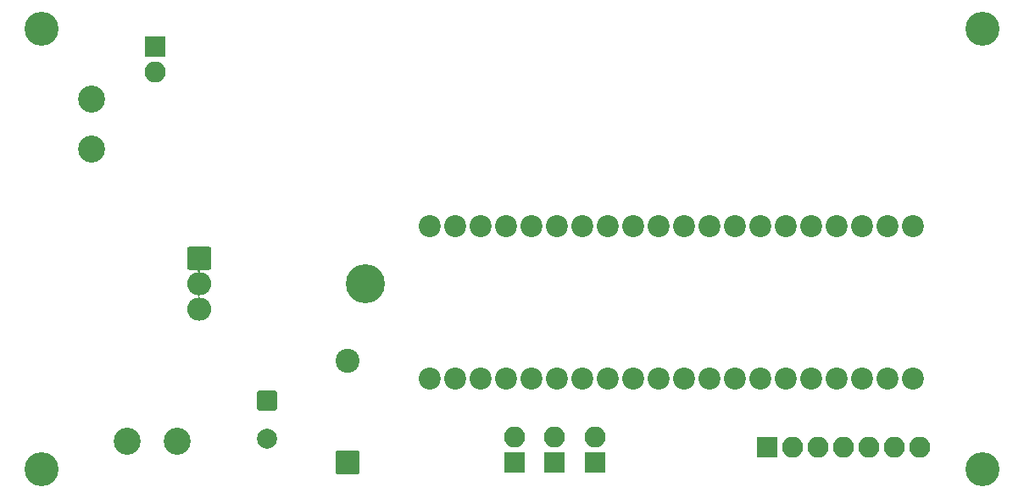
<source format=gbs>
G04 #@! TF.GenerationSoftware,KiCad,Pcbnew,(6.0.5)*
G04 #@! TF.CreationDate,2022-05-31T00:33:45+02:00*
G04 #@! TF.ProjectId,nixie_control_board,6e697869-655f-4636-9f6e-74726f6c5f62,rev?*
G04 #@! TF.SameCoordinates,Original*
G04 #@! TF.FileFunction,Soldermask,Bot*
G04 #@! TF.FilePolarity,Negative*
%FSLAX46Y46*%
G04 Gerber Fmt 4.6, Leading zero omitted, Abs format (unit mm)*
G04 Created by KiCad (PCBNEW (6.0.5)) date 2022-05-31 00:33:45*
%MOMM*%
%LPD*%
G01*
G04 APERTURE LIST*
G04 Aperture macros list*
%AMRoundRect*
0 Rectangle with rounded corners*
0 $1 Rounding radius*
0 $2 $3 $4 $5 $6 $7 $8 $9 X,Y pos of 4 corners*
0 Add a 4 corners polygon primitive as box body*
4,1,4,$2,$3,$4,$5,$6,$7,$8,$9,$2,$3,0*
0 Add four circle primitives for the rounded corners*
1,1,$1+$1,$2,$3*
1,1,$1+$1,$4,$5*
1,1,$1+$1,$6,$7*
1,1,$1+$1,$8,$9*
0 Add four rect primitives between the rounded corners*
20,1,$1+$1,$2,$3,$4,$5,0*
20,1,$1+$1,$4,$5,$6,$7,0*
20,1,$1+$1,$6,$7,$8,$9,0*
20,1,$1+$1,$8,$9,$2,$3,0*%
G04 Aperture macros list end*
%ADD10C,3.400000*%
%ADD11C,2.200000*%
%ADD12O,3.900000X3.900000*%
%ADD13RoundRect,0.200000X-1.000000X0.952500X-1.000000X-0.952500X1.000000X-0.952500X1.000000X0.952500X0*%
%ADD14O,2.400000X2.305000*%
%ADD15RoundRect,0.200000X-0.999490X0.999490X-0.999490X-0.999490X0.999490X-0.999490X0.999490X0.999490X0*%
%ADD16C,2.398980*%
%ADD17RoundRect,0.200000X0.850000X0.850000X-0.850000X0.850000X-0.850000X-0.850000X0.850000X-0.850000X0*%
%ADD18O,2.100000X2.100000*%
%ADD19RoundRect,0.200000X0.850000X-0.850000X0.850000X0.850000X-0.850000X0.850000X-0.850000X-0.850000X0*%
%ADD20RoundRect,0.200000X-0.800000X0.800000X-0.800000X-0.800000X0.800000X-0.800000X0.800000X0.800000X0*%
%ADD21C,2.000000*%
%ADD22C,2.700000*%
%ADD23RoundRect,0.200000X-0.850000X-0.850000X0.850000X-0.850000X0.850000X0.850000X-0.850000X0.850000X0*%
G04 APERTURE END LIST*
D10*
X108202800Y-65194400D03*
X202202800Y-65194400D03*
X202202800Y-109194400D03*
X108202800Y-109194400D03*
D11*
X195264600Y-100127400D03*
X192724600Y-100127400D03*
X190184600Y-100127400D03*
X187644600Y-100127400D03*
X185104600Y-100127400D03*
X182564600Y-100127400D03*
X180024600Y-100127400D03*
X177484600Y-100127400D03*
X174944600Y-100127400D03*
X172404600Y-100127400D03*
X169864600Y-100127400D03*
X167324600Y-100127400D03*
X164784600Y-100127400D03*
X162244600Y-100127400D03*
X159704600Y-100127400D03*
X157164600Y-100127400D03*
X154624600Y-100127400D03*
X152084600Y-100127400D03*
X149544600Y-100127400D03*
X147004600Y-100127400D03*
X147004600Y-84887400D03*
X149544600Y-84887400D03*
X152084600Y-84887400D03*
X154624600Y-84887400D03*
X157164600Y-84887400D03*
X159704600Y-84887400D03*
X162244600Y-84887400D03*
X164784600Y-84887400D03*
X167324600Y-84887400D03*
X169864600Y-84887400D03*
X172404600Y-84887400D03*
X174944600Y-84887400D03*
X177484600Y-84887400D03*
X180024600Y-84887400D03*
X182564600Y-84887400D03*
X185104600Y-84887400D03*
X187644600Y-84887400D03*
X190184600Y-84887400D03*
X192724600Y-84887400D03*
X195264600Y-84887400D03*
D12*
X140582800Y-90644400D03*
D13*
X123922800Y-88104400D03*
D14*
X123922800Y-90644400D03*
X123922800Y-93184400D03*
D15*
X138752800Y-108524400D03*
D16*
X138752800Y-98364400D03*
D17*
X155467200Y-108526600D03*
D18*
X155467200Y-105986600D03*
D19*
X180677200Y-107001600D03*
D18*
X183217200Y-107001600D03*
X185757200Y-107001600D03*
X188297200Y-107001600D03*
X190837200Y-107001600D03*
X193377200Y-107001600D03*
X195917200Y-107001600D03*
D20*
X130752800Y-102341749D03*
D21*
X130752800Y-106141749D03*
D22*
X116752800Y-106444400D03*
X121752800Y-106444400D03*
D17*
X163467200Y-108526600D03*
D18*
X163467200Y-105986600D03*
D22*
X113202800Y-77194400D03*
X113202800Y-72194400D03*
D23*
X119552800Y-66969400D03*
D18*
X119552800Y-69509400D03*
D17*
X159467200Y-108526600D03*
D18*
X159467200Y-105986600D03*
G36*
X123845259Y-91794506D02*
G01*
X123875326Y-91794900D01*
X123970204Y-91794900D01*
X124060247Y-91786626D01*
X124062063Y-91787464D01*
X124062246Y-91789455D01*
X124061162Y-91790479D01*
X123997012Y-91815701D01*
X123956489Y-91871867D01*
X123952766Y-91941026D01*
X123987022Y-92001217D01*
X124048586Y-92033439D01*
X124065380Y-92035586D01*
X124100888Y-92037634D01*
X124101179Y-92037673D01*
X124152299Y-92048259D01*
X124153792Y-92049589D01*
X124153386Y-92051547D01*
X124151658Y-92052203D01*
X124000341Y-92034294D01*
X123970274Y-92033900D01*
X123875396Y-92033900D01*
X123785353Y-92042174D01*
X123783537Y-92041336D01*
X123783354Y-92039345D01*
X123784438Y-92038321D01*
X123848588Y-92013099D01*
X123889111Y-91956933D01*
X123892834Y-91887774D01*
X123858578Y-91827583D01*
X123797014Y-91795361D01*
X123780220Y-91793214D01*
X123744712Y-91791166D01*
X123744421Y-91791127D01*
X123693301Y-91780541D01*
X123691808Y-91779211D01*
X123692214Y-91777253D01*
X123693942Y-91776597D01*
X123845259Y-91794506D01*
G37*
G36*
X124150400Y-89255900D02*
G01*
X124150400Y-89257900D01*
X124149231Y-89258819D01*
X124082219Y-89278495D01*
X124036864Y-89330838D01*
X124027007Y-89399391D01*
X124055778Y-89462389D01*
X124114261Y-89499974D01*
X124123770Y-89502350D01*
X124152307Y-89508260D01*
X124153800Y-89509590D01*
X124153394Y-89511548D01*
X124151666Y-89512204D01*
X124000341Y-89494294D01*
X123970274Y-89493900D01*
X123875396Y-89493900D01*
X123718822Y-89508287D01*
X123717006Y-89507449D01*
X123716823Y-89505458D01*
X123717907Y-89504434D01*
X123782635Y-89478986D01*
X123823158Y-89422819D01*
X123826881Y-89353661D01*
X123792625Y-89293469D01*
X123731086Y-89261260D01*
X123707058Y-89258890D01*
X123705432Y-89257725D01*
X123705628Y-89255735D01*
X123707254Y-89254900D01*
X124148668Y-89254900D01*
X124150400Y-89255900D01*
G37*
M02*

</source>
